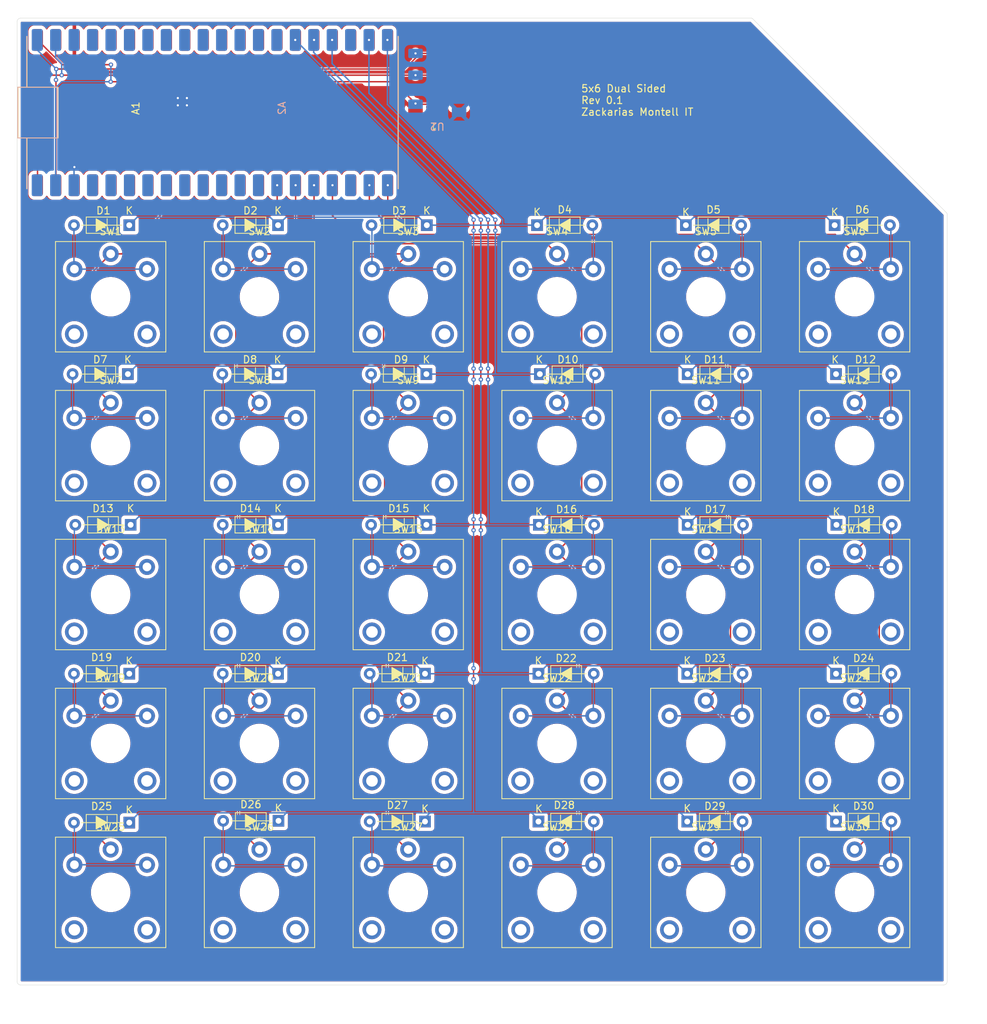
<source format=kicad_pcb>
(kicad_pcb
	(version 20241229)
	(generator "pcbnew")
	(generator_version "9.0")
	(general
		(thickness 1.6)
		(legacy_teardrops no)
	)
	(paper "A4")
	(layers
		(0 "F.Cu" signal)
		(2 "B.Cu" signal)
		(9 "F.Adhes" user "F.Adhesive")
		(11 "B.Adhes" user "B.Adhesive")
		(13 "F.Paste" user)
		(15 "B.Paste" user)
		(5 "F.SilkS" user "F.Silkscreen")
		(7 "B.SilkS" user "B.Silkscreen")
		(1 "F.Mask" user)
		(3 "B.Mask" user)
		(17 "Dwgs.User" user "User.Drawings")
		(19 "Cmts.User" user "User.Comments")
		(21 "Eco1.User" user "User.Eco1")
		(23 "Eco2.User" user "User.Eco2")
		(25 "Edge.Cuts" user)
		(27 "Margin" user)
		(31 "F.CrtYd" user "F.Courtyard")
		(29 "B.CrtYd" user "B.Courtyard")
		(35 "F.Fab" user)
		(33 "B.Fab" user)
		(39 "User.1" user)
		(41 "User.2" user)
		(43 "User.3" user)
		(45 "User.4" user)
	)
	(setup
		(pad_to_mask_clearance 0)
		(allow_soldermask_bridges_in_footprints no)
		(tenting front back)
		(pcbplotparams
			(layerselection 0x00000000_00000000_55555555_5755f5ff)
			(plot_on_all_layers_selection 0x00000000_00000000_00000000_00000000)
			(disableapertmacros no)
			(usegerberextensions no)
			(usegerberattributes yes)
			(usegerberadvancedattributes yes)
			(creategerberjobfile yes)
			(dashed_line_dash_ratio 12.000000)
			(dashed_line_gap_ratio 3.000000)
			(svgprecision 4)
			(plotframeref no)
			(mode 1)
			(useauxorigin no)
			(hpglpennumber 1)
			(hpglpenspeed 20)
			(hpglpendiameter 15.000000)
			(pdf_front_fp_property_popups yes)
			(pdf_back_fp_property_popups yes)
			(pdf_metadata yes)
			(pdf_single_document no)
			(dxfpolygonmode yes)
			(dxfimperialunits yes)
			(dxfusepcbnewfont yes)
			(psnegative no)
			(psa4output no)
			(plot_black_and_white yes)
			(sketchpadsonfab no)
			(plotpadnumbers no)
			(hidednponfab no)
			(sketchdnponfab yes)
			(crossoutdnponfab yes)
			(subtractmaskfromsilk no)
			(outputformat 1)
			(mirror no)
			(drillshape 0)
			(scaleselection 1)
			(outputdirectory "gerbers/")
		)
	)
	(net 0 "")
	(net 1 "col3")
	(net 2 "unconnected-(A1-~{3V3_EN}-Pad37)")
	(net 3 "unconnected-(A1-ADC2{slash}GP28-Pad34)")
	(net 4 "row0")
	(net 5 "unconnected-(A1-ADC_VREF-Pad35)")
	(net 6 "unconnected-(A1-VSYS-Pad39)")
	(net 7 "unconnected-(A1-GP22-Pad29)")
	(net 8 "unconnected-(A1-GND-Pad8)")
	(net 9 "unconnected-(A1-GP5-Pad7)")
	(net 10 "row3")
	(net 11 "unconnected-(A1-GND-Pad18)")
	(net 12 "unconnected-(A1-GND-Pad13)")
	(net 13 "row2")
	(net 14 "unconnected-(A1-3V3(OUT)-Pad36)")
	(net 15 "col1")
	(net 16 "unconnected-(A1-ADC0{slash}GP26-Pad31)")
	(net 17 "row4")
	(net 18 "col5")
	(net 19 "unconnected-(A1-RUN-Pad30)")
	(net 20 "unconnected-(A1-GP9-Pad12)")
	(net 21 "unconnected-(A1-GND-Pad23)")
	(net 22 "unconnected-(A1-GND-Pad28)")
	(net 23 "unconnected-(A1-ADC1{slash}GP27-Pad32)")
	(net 24 "unconnected-(A1-GP8-Pad11)")
	(net 25 "unconnected-(A1-GND-Pad3)")
	(net 26 "col4")
	(net 27 "unconnected-(A1-GND-Pad33)")
	(net 28 "row1")
	(net 29 "col0")
	(net 30 "col2")
	(net 31 "Net-(D1-A)")
	(net 32 "Net-(D2-A)")
	(net 33 "Net-(D3-A)")
	(net 34 "Net-(D4-A)")
	(net 35 "Net-(D5-A)")
	(net 36 "Net-(D6-A)")
	(net 37 "Net-(D7-A)")
	(net 38 "Net-(D8-A)")
	(net 39 "Net-(D9-A)")
	(net 40 "Net-(D10-A)")
	(net 41 "Net-(D11-A)")
	(net 42 "Net-(D12-A)")
	(net 43 "Net-(D13-A)")
	(net 44 "Net-(D14-A)")
	(net 45 "Net-(D15-A)")
	(net 46 "Net-(D16-A)")
	(net 47 "Net-(D17-A)")
	(net 48 "Net-(D18-A)")
	(net 49 "Net-(D19-A)")
	(net 50 "Net-(D20-A)")
	(net 51 "Net-(D21-A)")
	(net 52 "Net-(D22-A)")
	(net 53 "Net-(D23-A)")
	(net 54 "Net-(D24-A)")
	(net 55 "Net-(D25-A)")
	(net 56 "Net-(D26-A)")
	(net 57 "Net-(D27-A)")
	(net 58 "Net-(D28-A)")
	(net 59 "Net-(D29-A)")
	(net 60 "Net-(D30-A)")
	(net 61 "unconnected-(A1-GP3-Pad5)")
	(net 62 "unconnected-(A1-GP21-Pad27)")
	(net 63 "unconnected-(A1-GP7-Pad10)")
	(net 64 "unconnected-(A1-GP6-Pad9)")
	(net 65 "unconnected-(A1-GP2-Pad4)")
	(net 66 "unconnected-(A1-GP4-Pad6)")
	(net 67 "3v31")
	(net 68 "tx1")
	(net 69 "rx1")
	(net 70 "gnd1")
	(net 71 "unconnected-(A2-RUN-Pad30)")
	(net 72 "unconnected-(A2-GND-Pad3)")
	(net 73 "unconnected-(A2-GND-Pad13)")
	(net 74 "unconnected-(A2-GND-Pad28)")
	(net 75 "unconnected-(A2-GP2-Pad4)")
	(net 76 "unconnected-(A2-ADC1{slash}GP27-Pad32)")
	(net 77 "unconnected-(A2-GND-Pad8)")
	(net 78 "unconnected-(A2-ADC2{slash}GP28-Pad34)")
	(net 79 "unconnected-(A2-GP8-Pad11)")
	(net 80 "unconnected-(A2-GP3-Pad5)")
	(net 81 "unconnected-(A2-GP22-Pad29)")
	(net 82 "unconnected-(A2-VBUS-Pad40)")
	(net 83 "unconnected-(A2-GP10-Pad14)")
	(net 84 "unconnected-(A2-GND-Pad33)")
	(net 85 "unconnected-(A2-GND-Pad23)")
	(net 86 "unconnected-(A2-GP4-Pad6)")
	(net 87 "unconnected-(A2-GP6-Pad9)")
	(net 88 "unconnected-(A2-ADC0{slash}GP26-Pad31)")
	(net 89 "unconnected-(A2-~{3V3_EN}-Pad37)")
	(net 90 "unconnected-(A2-GND-Pad18)")
	(net 91 "unconnected-(A2-GP9-Pad12)")
	(net 92 "unconnected-(A2-GP7-Pad10)")
	(net 93 "unconnected-(A2-ADC_VREF-Pad35)")
	(net 94 "unconnected-(A2-3V3(OUT)-Pad36)")
	(net 95 "unconnected-(A2-GP5-Pad7)")
	(footprint "footprints:SW_Kailh_Choc_V2_1.00u_double-sided" (layer "F.Cu") (at 107.5 122.35))
	(footprint "PCM_Diode_THT_AKL:D_DO-35_SOD27_P7.62mm_Horizontal" (layer "F.Cu") (at 166.5 92.25))
	(footprint "footprints:SW_Kailh_Choc_V2_1.00u_double-sided" (layer "F.Cu") (at 128 142.85))
	(footprint "footprints:SW_Kailh_Choc_V2_1.00u_double-sided" (layer "F.Cu") (at 210 60.85))
	(footprint "PCM_Diode_THT_AKL:D_DO-35_SOD27_P7.62mm_Horizontal" (layer "F.Cu") (at 130.5 71.5 180))
	(footprint "footprints:SW_Kailh_Choc_V2_1.00u_double-sided" (layer "F.Cu") (at 148.5 142.85))
	(footprint "PCM_Diode_THT_AKL:D_DO-35_SOD27_P7.62mm_Horizontal" (layer "F.Cu") (at 187 71.5))
	(footprint "PCM_Diode_THT_AKL:D_DO-35_SOD27_P7.62mm_Horizontal" (layer "F.Cu") (at 151 71.5 180))
	(footprint "PCM_Diode_THT_AKL:D_DO-35_SOD27_P7.62mm_Horizontal" (layer "F.Cu") (at 130.56 112.75 180))
	(footprint "PCM_Diode_THT_AKL:D_DO-35_SOD27_P7.62mm_Horizontal" (layer "F.Cu") (at 109.87 71.5 180))
	(footprint "footprints:raspberry_pi_pico_SMD_Reversed" (layer "F.Cu") (at 121.5 35.5 90))
	(footprint "PCM_Diode_THT_AKL:D_DO-35_SOD27_P7.62mm_Horizontal" (layer "F.Cu") (at 186.94 133.1))
	(footprint "footprints:SW_Kailh_Choc_V2_1.00u_double-sided" (layer "F.Cu") (at 210 142.85))
	(footprint "PCM_Diode_THT_AKL:D_DO-35_SOD27_P7.62mm_Horizontal" (layer "F.Cu") (at 110.06 112.75 180))
	(footprint "PCM_Diode_THT_AKL:D_DO-35_SOD27_P7.62mm_Horizontal" (layer "F.Cu") (at 151.06 51 180))
	(footprint "footprints:SW_Kailh_Choc_V2_1.00u_double-sided" (layer "F.Cu") (at 189.5 60.85))
	(footprint "footprints:SW_Kailh_Choc_V2_1.00u_double-sided" (layer "F.Cu") (at 210 101.85))
	(footprint "footprints:raspberry_pi_pico_SMD" (layer "F.Cu") (at 121.55 35.5 90))
	(footprint "footprints:SW_Kailh_Choc_V2_1.00u_double-sided" (layer "F.Cu") (at 189.5 101.85))
	(footprint "footprints:SW_Kailh_Choc_V2_1.00u_double-sided" (layer "F.Cu") (at 169 101.85))
	(footprint "footprints:SW_Kailh_Choc_V2_1.00u_double-sided" (layer "F.Cu") (at 148.5 101.85))
	(footprint "footprints:SW_Kailh_Choc_V2_1.00u_double-sided" (layer "F.Cu") (at 107.5 60.85))
	(footprint "footprints:SW_Kailh_Choc_V2_1.00u_double-sided" (layer "F.Cu") (at 128 122.35))
	(footprint "PCM_Diode_THT_AKL:D_DO-35_SOD27_P7.62mm_Horizontal" (layer "F.Cu") (at 166.63 71.5))
	(footprint "PCM_Diode_THT_AKL:D_DO-35_SOD27_P7.62mm_Horizontal" (layer "F.Cu") (at 166.44 133.1))
	(footprint "footprints:SW_Kailh_Choc_V2_1.00u_double-sided" (layer "F.Cu") (at 210 81.35))
	(footprint "PCM_Diode_THT_AKL:D_DO-35_SOD27_P7.62mm_Horizontal"
		(layer "F.Cu")
		(uuid "8780c5f2-f324-4842-bbd4-5e58ff287038")
		(at 166.44 112.75)
		(descr "Diode, DO-35_SOD27 series, Axial, Horizontal, pin pitch=7.62mm, , length*diameter=4*2mm^2, , http://www.diodes.com/_files/packages/DO-35.pdf, Alternate KiCad Library")
		(tags "Diode DO-35_SOD27 series Axial Horizontal pin pitch 7.62mm  length 4mm diameter 2mm")
		(property "Reference" "D22"
			(at 3.81 -2.12 0)
			(layer "F.SilkS")
			(uuid "ef505a7f-884f-478e-be23-c3fac737790e")
			(effects
				(font
					(size 1 1)
					(thickness 0.15)
				)
			)
		)
		(property "Value" "1N4148"
			(at 3.81 2.12 0)
			(layer "F.Fab")
			(hide yes)
			(uuid "ae56d117-5c77-445a-9f44-07b70b9b5367")
			(effects
				(font
					(size 1 1)
					(thickness 0.15)
				)
			)
		)
		(property "Datasheet" "https://datasheet.octopart.com/1N4148TR-ON-Semiconductor-datasheet-42765246.pdf"
			(at 0 0 0)
			(layer "F.Fab")
			(hide yes)
			(uuid "a55551c9-2e13-44f2-b378-60b57aa3119e")
			(effects
				(font
					(size 1.27 1.27)
					(thickness 0.15)
				)
			)
		)
		(property "Description" "DO-35 Diode, Small Signal, Fast Switching, 75V, 150mA, 4ns, Alternate KiCad Library"
			(at 0 0 0)
			(layer "F.Fab")
			(hide yes)
			(uuid "dcd9a2d5-15c5-414d-ab40-45a27fc8b82c")
			(effects
				(font
					(size 1.27 1.27)
					(thickness 0.15)
				)
			)
		)
		(property ki_fp_filters "TO-???* *_Diode_* *SingleDiode* D_*")
		(path "/63169afd-aa5d-4250-97e4-4d2cc00e12b1")
		(sheetname "/")
		(sheetfile "5x6.kicad_sch")
		(attr through_hole)
		(fp_line
			(start 1.04 0)
			(end 1.69 0)
			(stroke
				(width 0.12)
				(type solid)
			)
			(layer "F.SilkS")
			(uuid "820a8a8c-730a-4d76-b67a-5f13df4c96d9")
		)
		(fp_line
			(start 1.651 0)
			(end 3.048 0)
			(stroke
				(width 0.12)
				(type solid)
			)
			(layer "F.SilkS")
			(uuid "21ec6344-1413-464d-88b1-737d60c6b7c2")
		)
		(fp_line
			(start 1.69 -1.12)
			(end 1.69 1.12)
			(stroke
				(width 0.12)
				(type solid)
			)
			(layer "F.SilkS")
			(uuid "748ce14b-0ac4-4043-8e72-12337ea3b1fc")
		)
		(fp_line
			(start 1.69 1.12)
			(end 5.93 1.12)
			(stroke
				(width 0.12)
				(type solid)
			)
			(layer "F.SilkS")
			(uuid "e8d462c7-d632-461a-8af2-1e3b607d505e")
		)
		(fp_line
			(start 3.048 -0.889)
			(end 3.048 0.889)
			(stroke
				(width 0.12)
				(type solid)
			)
			(layer "F.SilkS")
			(uuid "b3782cfa-7b1a-466c-9661-86bc40afd96a")
		)
		(fp_line
			(start 5.93 -1.12)
			(end 1.69 -1.12)
			(stroke
				(width 0.12)
				(type solid)
			)
			(layer "F.SilkS")
			(uuid "0e136f00-ca65-4f7c-aa8e-b561c6fbd6b7")
		)
		(fp_line
			(start 5.93 0)
			(end 4.6355 0)
			(stroke
				(width 0.12)
				(type solid)
			)
			(layer "F.SilkS")
			(uuid "c9fcb551-321f-4f8b-bcd3-01685e66ceb8")
		)
		(fp_line
			(start 5.93 1.12)
			(end 5.93 -1.12)
			(stro
... [1357718 chars truncated]
</source>
